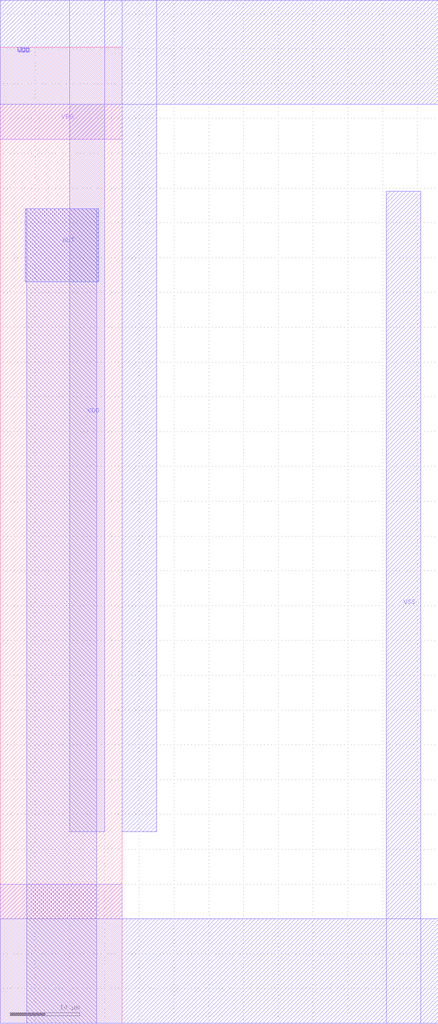
<source format=lef>
VERSION 5.8 ;
BUSBITCHARS "[]" ;
 DIVIDERCHAR "/" ;
 
 MACRO LOGIC0
   CLASS CORE ;
   ORIGIN 0.0 0.0 ;
   FOREIGN LOGIC0 0.0 0.0 ;
   SIZE 17.5 BY 140.2 ;
   SYMMETRY X Y ;
   SITE std_site ;
   PIN VDD
     DIRECTION INOUT ;
     USE POWER ;
     PORT
       LAYER metal2 ;
         RECT 0.0 132.0 63.0 147.0 ;
         RECT 17.5 27.5 22.5 147.0 ;
         RECT 10.0 27.5 15.0 147.0 ;
     END
   END VDD
   PIN VSS
     DIRECTION INOUT ;
     USE GROUND ;
     SHAPE ABUTMENT ;
     PORT
       LAYER metal2 ;
         RECT 0.0 0.0 63.0 15.0 ;
         RECT 55.5 0.0 60.5 119.5 ;
     END
   END VSS
   PIN OUT
     DIRECTION OUTPUT ;
     USE SIGNAL ;
     PORT
       LAYER metal3 ;
         RECT 3.625 106.5 14.125 117.0 ;
     END
   END OUT
   PIN VBG
     DIRECTION INOUT ;
     USE POWER ;
     PORT
       LAYER metal1 ;
         RECT 0.0 15.0 17.5 20.0 ;
         RECT 0.0 127.0 17.5 132.0 ;
     END
   END VBG
   OBS
     LAYER metal2 ;
       RECT 3.625 106.5 14.125 117.0 ;
       RECT 3.84 0.0 13.84 117.0 ;
       RECT 3.7 140.1 4.05 140.2 ;
       RECT 4.1 139.6 4.2 140.1 ;
       RECT 4.0 140.075 4.2 140.1 ;
       RECT 4.05 140.025 4.1 140.175 ;
       RECT 3.7 139.5 3.8 140.2 ;
       RECT 4.05 139.525 4.1 139.675 ;
       RECT 4.0 139.6 4.2 139.625 ;
       RECT 3.7 139.5 4.05 139.6 ;
       RECT 3.1 140.1 3.45 140.2 ;
       RECT 3.5 139.6 3.6 140.1 ;
       RECT 3.4 140.075 3.6 140.1 ;
       RECT 3.45 140.025 3.5 140.175 ;
       RECT 3.1 139.5 3.2 140.2 ;
       RECT 3.45 139.525 3.5 139.675 ;
       RECT 3.4 139.6 3.6 139.625 ;
       RECT 3.1 139.5 3.45 139.6 ;
       RECT 2.9 139.65 3.0 140.2 ;
       RECT 2.5 139.65 2.6 140.2 ;
       RECT 2.8 139.55 2.9 139.7 ;
       RECT 2.6 139.55 2.7 139.7 ;
       RECT 2.7 139.5 2.8 139.625 ;
   END
 END LOGIC0
 
 END LIBRARY
 
</source>
